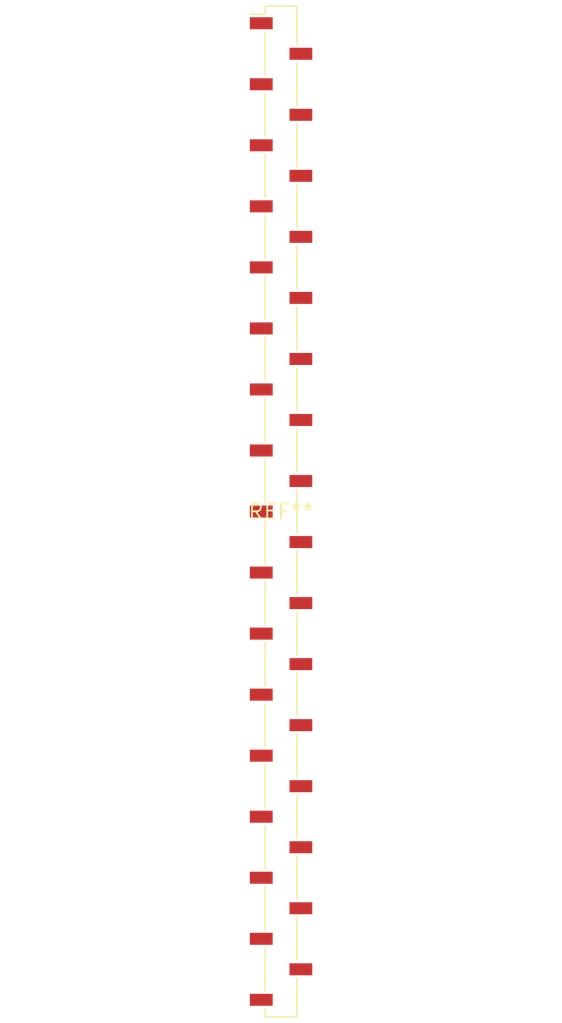
<source format=kicad_pcb>
(kicad_pcb (version 20240108) (generator pcbnew)
  (layers (0 "F.Cu" signal) (31 "B.Cu" signal) (34 "B.Paste" user) (35 "F.Paste" user) (36 "B.SilkS" user "B.Silkscreen") (37 "F.SilkS" user "F.Silkscreen") (38 "B.Mask" user) (39 "F.Mask" user) (44 "Edge.Cuts" user))
  (net 0 "")
  (footprint "PinSocket_1x33_P2.54mm_Vertical_SMD_Pin1Left" (layer "F.Cu") (at 0 0)
    (property "Reference" "REF**")
    (property "Value" "PinSocket_1x33_P2.54mm_Vertical_SMD_Pin1Left")
    (fp_line (start -2.54 -41.4) (end -1.33 -41.4) (layer "F.SilkS") (stroke (width 0.12)))
    (fp_line (start -1.33 -42.07) (end -1.33 -41.4) (layer "F.SilkS") (stroke (width 0.12)))
    (fp_line (start -1.33 -42.07) (end 1.33 -42.07) (layer "F.SilkS") (stroke (width 0.12)))
    (fp_line (start -1.33 -39.88) (end -1.33 -36.32) (layer "F.SilkS") (stroke (width 0.12)))
    (fp_line (start -1.33 -34.8) (end -1.33 -31.24) (layer "F.SilkS") (stroke (width 0.12)))
    (fp_line (start -1.33 -29.72) (end -1.33 -26.16) (layer "F.SilkS") (stroke (width 0.12)))
    (fp_line (start -1.33 -24.64) (end -1.33 -21.08) (layer "F.SilkS") (stroke (width 0.12)))
    (fp_line (start -1.33 -19.56) (end -1.33 -16) (layer "F.SilkS") (stroke (width 0.12)))
    (fp_line (start -1.33 -14.48) (end -1.33 -10.92) (layer "F.SilkS") (stroke (width 0.12)))
    (fp_line (start -1.33 -9.4) (end -1.33 -5.84) (layer "F.SilkS") (stroke (width 0.12)))
    (fp_line (start -1.33 -4.32) (end -1.33 -0.76) (layer "F.SilkS") (stroke (width 0.12)))
    (fp_line (start -1.33 0.76) (end -1.33 4.32) (layer "F.SilkS") (stroke (width 0.12)))
    (fp_line (start -1.33 5.84) (end -1.33 9.4) (layer "F.SilkS") (stroke (width 0.12)))
    (fp_line (start -1.33 10.92) (end -1.33 14.48) (layer "F.SilkS") (stroke (width 0.12)))
    (fp_line (start -1.33 16) (end -1.33 19.56) (layer "F.SilkS") (stroke (width 0.12)))
    (fp_line (start -1.33 21.08) (end -1.33 24.64) (layer "F.SilkS") (stroke (width 0.12)))
    (fp_line (start -1.33 26.16) (end -1.33 29.72) (layer "F.SilkS") (stroke (width 0.12)))
    (fp_line (start -1.33 31.24) (end -1.33 34.8) (layer "F.SilkS") (stroke (width 0.12)))
    (fp_line (start -1.33 36.32) (end -1.33 39.88) (layer "F.SilkS") (stroke (width 0.12)))
    (fp_line (start -1.33 41.4) (end -1.33 42.07) (layer "F.SilkS") (stroke (width 0.12)))
    (fp_line (start -1.33 42.07) (end 1.33 42.07) (layer "F.SilkS") (stroke (width 0.12)))
    (fp_line (start 1.33 -42.07) (end 1.33 -38.86) (layer "F.SilkS") (stroke (width 0.12)))
    (fp_line (start 1.33 -37.34) (end 1.33 -33.78) (layer "F.SilkS") (stroke (width 0.12)))
    (fp_line (start 1.33 -32.26) (end 1.33 -28.7) (layer "F.SilkS") (stroke (width 0.12)))
    (fp_line (start 1.33 -27.18) (end 1.33 -23.62) (layer "F.SilkS") (stroke (width 0.12)))
    (fp_line (start 1.33 -22.1) (end 1.33 -18.54) (layer "F.SilkS") (stroke (width 0.12)))
    (fp_line (start 1.33 -17.02) (end 1.33 -13.46) (layer "F.SilkS") (stroke (width 0.12)))
    (fp_line (start 1.33 -11.94) (end 1.33 -8.38) (layer "F.SilkS") (stroke (width 0.12)))
    (fp_line (start 1.33 -6.86) (end 1.33 -3.3) (layer "F.SilkS") (stroke (width 0.12)))
    (fp_line (start 1.33 -1.78) (end 1.33 1.78) (layer "F.SilkS") (stroke (width 0.12)))
    (fp_line (start 1.33 3.3) (end 1.33 6.86) (layer "F.SilkS") (stroke (width 0.12)))
    (fp_line (start 1.33 8.38) (end 1.33 11.94) (layer "F.SilkS") (stroke (width 0.12)))
    (fp_line (start 1.33 13.46) (end 1.33 17.02) (layer "F.SilkS") (stroke (width 0.12)))
    (fp_line (start 1.33 18.54) (end 1.33 22.1) (layer "F.SilkS") (stroke (width 0.12)))
    (fp_line (start 1.33 23.62) (end 1.33 27.18) (layer "F.SilkS") (stroke (width 0.12)))
    (fp_line (start 1.33 28.7) (end 1.33 32.26) (layer "F.SilkS") (stroke (width 0.12)))
    (fp_line (start 1.33 33.78) (end 1.33 37.34) (layer "F.SilkS") (stroke (width 0.12)))
    (fp_line (start 1.33 38.86) (end 1.33 42.07) (layer "F.SilkS") (stroke (width 0.12)))
    (pad "1" smd rect (at -1.65 -40.64) (size 1.9 1) (layers "F.Cu" "F.Paste" "F.Mask"))
    (pad "2" smd rect (at 1.65 -38.1) (size 1.9 1) (layers "F.Cu" "F.Paste" "F.Mask"))
    (pad "3" smd rect (at -1.65 -35.56) (size 1.9 1) (layers "F.Cu" "F.Paste" "F.Mask"))
    (pad "4" smd rect (at 1.65 -33.02) (size 1.9 1) (layers "F.Cu" "F.Paste" "F.Mask"))
    (pad "5" smd rect (at -1.65 -30.48) (size 1.9 1) (layers "F.Cu" "F.Paste" "F.Mask"))
    (pad "6" smd rect (at 1.65 -27.94) (size 1.9 1) (layers "F.Cu" "F.Paste" "F.Mask"))
    (pad "7" smd rect (at -1.65 -25.4) (size 1.9 1) (layers "F.Cu" "F.Paste" "F.Mask"))
    (pad "8" smd rect (at 1.65 -22.86) (size 1.9 1) (layers "F.Cu" "F.Paste" "F.Mask"))
    (pad "9" smd rect (at -1.65 -20.32) (size 1.9 1) (layers "F.Cu" "F.Paste" "F.Mask"))
    (pad "10" smd rect (at 1.65 -17.78) (size 1.9 1) (layers "F.Cu" "F.Paste" "F.Mask"))
    (pad "11" smd rect (at -1.65 -15.24) (size 1.9 1) (layers "F.Cu" "F.Paste" "F.Mask"))
    (pad "12" smd rect (at 1.65 -12.7) (size 1.9 1) (layers "F.Cu" "F.Paste" "F.Mask"))
    (pad "13" smd rect (at -1.65 -10.16) (size 1.9 1) (layers "F.Cu" "F.Paste" "F.Mask"))
    (pad "14" smd rect (at 1.65 -7.62) (size 1.9 1) (layers "F.Cu" "F.Paste" "F.Mask"))
    (pad "15" smd rect (at -1.65 -5.08) (size 1.9 1) (layers "F.Cu" "F.Paste" "F.Mask"))
    (pad "16" smd rect (at 1.65 -2.54) (size 1.9 1) (layers "F.Cu" "F.Paste" "F.Mask"))
    (pad "17" smd rect (at -1.65 0) (size 1.9 1) (layers "F.Cu" "F.Paste" "F.Mask"))
    (pad "18" smd rect (at 1.65 2.54) (size 1.9 1) (layers "F.Cu" "F.Paste" "F.Mask"))
    (pad "19" smd rect (at -1.65 5.08) (size 1.9 1) (layers "F.Cu" "F.Paste" "F.Mask"))
    (pad "20" smd rect (at 1.65 7.62) (size 1.9 1) (layers "F.Cu" "F.Paste" "F.Mask"))
    (pad "21" smd rect (at -1.65 10.16) (size 1.9 1) (layers "F.Cu" "F.Paste" "F.Mask"))
    (pad "22" smd rect (at 1.65 12.7) (size 1.9 1) (layers "F.Cu" "F.Paste" "F.Mask"))
    (pad "23" smd rect (at -1.65 15.24) (size 1.9 1) (layers "F.Cu" "F.Paste" "F.Mask"))
    (pad "24" smd rect (at 1.65 17.78) (size 1.9 1) (layers "F.Cu" "F.Paste" "F.Mask"))
    (pad "25" smd rect (at -1.65 20.32) (size 1.9 1) (layers "F.Cu" "F.Paste" "F.Mask"))
    (pad "26" smd rect (at 1.65 22.86) (size 1.9 1) (layers "F.Cu" "F.Paste" "F.Mask"))
    (pad "27" smd rect (at -1.65 25.4) (size 1.9 1) (layers "F.Cu" "F.Paste" "F.Mask"))
    (pad "28" smd rect (at 1.65 27.94) (size 1.9 1) (layers "F.Cu" "F.Paste" "F.Mask"))
    (pad "29" smd rect (at -1.65 30.48) (size 1.9 1) (layers "F.Cu" "F.Paste" "F.Mask"))
    (pad "30" smd rect (at 1.65 33.02) (size 1.9 1) (layers "F.Cu" "F.Paste" "F.Mask"))
    (pad "31" smd rect (at -1.65 35.56) (size 1.9 1) (layers "F.Cu" "F.Paste" "F.Mask"))
    (pad "32" smd rect (at 1.65 38.1) (size 1.9 1) (layers "F.Cu" "F.Paste" "F.Mask"))
    (pad "33" smd rect (at -1.65 40.64) (size 1.9 1) (layers "F.Cu" "F.Paste" "F.Mask"))
  )
)
</source>
